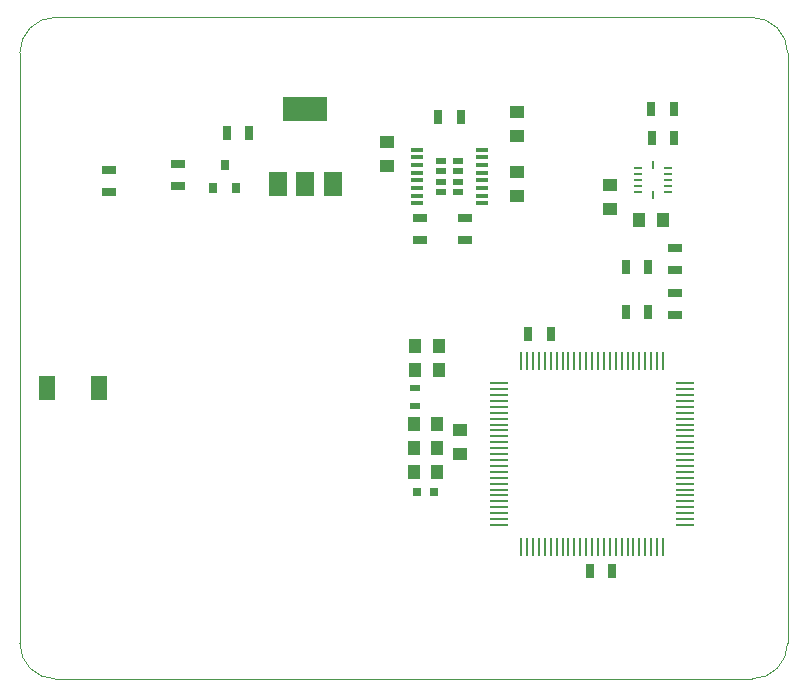
<source format=gbr>
G04 #@! TF.GenerationSoftware,KiCad,Pcbnew,(5.0.2)-1*
G04 #@! TF.CreationDate,2019-04-29T17:38:23-04:00*
G04 #@! TF.ProjectId,QPACE-DevelopmentBoard,51504143-452d-4446-9576-656c6f706d65,rev?*
G04 #@! TF.SameCoordinates,Original*
G04 #@! TF.FileFunction,Paste,Top*
G04 #@! TF.FilePolarity,Positive*
%FSLAX46Y46*%
G04 Gerber Fmt 4.6, Leading zero omitted, Abs format (unit mm)*
G04 Created by KiCad (PCBNEW (5.0.2)-1) date 4/29/2019 5:38:23 PM*
%MOMM*%
%LPD*%
G01*
G04 APERTURE LIST*
%ADD10C,0.100000*%
%ADD11R,0.280000X1.500000*%
%ADD12R,1.500000X0.280000*%
%ADD13R,1.300000X0.700000*%
%ADD14R,0.900000X0.500000*%
%ADD15R,0.700000X1.300000*%
%ADD16R,0.675000X0.250000*%
%ADD17R,0.250000X0.675000*%
%ADD18R,1.400000X2.100000*%
%ADD19R,1.000000X1.250000*%
%ADD20R,0.800000X0.750000*%
%ADD21R,1.250000X1.000000*%
%ADD22R,1.500000X2.000000*%
%ADD23R,3.800000X2.000000*%
%ADD24R,0.882000X0.537000*%
%ADD25R,1.050000X0.450000*%
%ADD26R,0.800000X0.900000*%
G04 APERTURE END LIST*
D10*
X78546356Y-63817611D02*
X78546356Y-113817611D01*
X78546356Y-63817611D02*
G75*
G02X81546356Y-60817611I3000000J0D01*
G01*
X140546356Y-60817611D02*
X81546356Y-60817611D01*
X140546356Y-60817611D02*
G75*
G02X143546356Y-63817611I0J-3000000D01*
G01*
X143546356Y-113817611D02*
X143546356Y-63817611D01*
X81546356Y-116817611D02*
G75*
G02X78546356Y-113817611I0J3000000D01*
G01*
X81546356Y-116817611D02*
X140546356Y-116817611D01*
X143546351Y-113822847D02*
G75*
G02X140546356Y-116817611I-2999995J5236D01*
G01*
D11*
G04 #@! TO.C,U3*
X121000000Y-89890000D03*
X121500000Y-89890000D03*
X122000000Y-89890000D03*
X122500000Y-89890000D03*
X123000000Y-89890000D03*
X123500000Y-89890000D03*
X124000000Y-89890000D03*
X124500000Y-89890000D03*
X125000000Y-89890000D03*
X125500000Y-89890000D03*
X126000000Y-89890000D03*
X126500000Y-89890000D03*
X127000000Y-89890000D03*
X127500000Y-89890000D03*
X128000000Y-89890000D03*
X128500000Y-89890000D03*
X129000000Y-89890000D03*
X129500000Y-89890000D03*
X130000000Y-89890000D03*
X130500000Y-89890000D03*
X131000000Y-89890000D03*
X131500000Y-89890000D03*
X132000000Y-89890000D03*
X132500000Y-89890000D03*
X133000000Y-89890000D03*
D12*
X134900000Y-91790000D03*
X134900000Y-92290000D03*
X134900000Y-92790000D03*
X134900000Y-93290000D03*
X134900000Y-93790000D03*
X134900000Y-94290000D03*
X134900000Y-94790000D03*
X134900000Y-95290000D03*
X134900000Y-95790000D03*
X134900000Y-96290000D03*
X134900000Y-96790000D03*
X134900000Y-97290000D03*
X134900000Y-97790000D03*
X134900000Y-98290000D03*
X134900000Y-98790000D03*
X134900000Y-99290000D03*
X134900000Y-99790000D03*
X134900000Y-100290000D03*
X134900000Y-100790000D03*
X134900000Y-101290000D03*
X134900000Y-101790000D03*
X134900000Y-102290000D03*
X134900000Y-102790000D03*
X134900000Y-103290000D03*
X134900000Y-103790000D03*
D11*
X133000000Y-105690000D03*
X132500000Y-105690000D03*
X132000000Y-105690000D03*
X131500000Y-105690000D03*
X131000000Y-105690000D03*
X130500000Y-105690000D03*
X130000000Y-105690000D03*
X129500000Y-105690000D03*
X129000000Y-105690000D03*
X128500000Y-105690000D03*
X128000000Y-105690000D03*
X127500000Y-105690000D03*
X127000000Y-105690000D03*
X126500000Y-105690000D03*
X126000000Y-105690000D03*
X125500000Y-105690000D03*
X125000000Y-105690000D03*
X124500000Y-105690000D03*
X124000000Y-105690000D03*
X123500000Y-105690000D03*
X123000000Y-105690000D03*
X122500000Y-105690000D03*
X122000000Y-105690000D03*
X121500000Y-105690000D03*
X121000000Y-105690000D03*
D12*
X119100000Y-103790000D03*
X119100000Y-103290000D03*
X119100000Y-102790000D03*
X119100000Y-102290000D03*
X119100000Y-101790000D03*
X119100000Y-101290000D03*
X119100000Y-100790000D03*
X119100000Y-100290000D03*
X119100000Y-99790000D03*
X119100000Y-99290000D03*
X119100000Y-98790000D03*
X119100000Y-98290000D03*
X119100000Y-97790000D03*
X119100000Y-97290000D03*
X119100000Y-96790000D03*
X119100000Y-96290000D03*
X119100000Y-95790000D03*
X119100000Y-95290000D03*
X119100000Y-94790000D03*
X119100000Y-94290000D03*
X119100000Y-93790000D03*
X119100000Y-93290000D03*
X119100000Y-92790000D03*
X119100000Y-92290000D03*
X119100000Y-91790000D03*
G04 #@! TD*
D13*
G04 #@! TO.C,R3*
X86106000Y-75626000D03*
X86106000Y-73726000D03*
G04 #@! TD*
D14*
G04 #@! TO.C,L1*
X112014000Y-93714000D03*
X112014000Y-92214000D03*
G04 #@! TD*
D13*
G04 #@! TO.C,R4*
X91948000Y-75118000D03*
X91948000Y-73218000D03*
G04 #@! TD*
D15*
G04 #@! TO.C,R1*
X132019000Y-68580000D03*
X133919000Y-68580000D03*
G04 #@! TD*
G04 #@! TO.C,R2*
X132050000Y-71000000D03*
X133950000Y-71000000D03*
G04 #@! TD*
G04 #@! TO.C,R5*
X97978000Y-70612000D03*
X96078000Y-70612000D03*
G04 #@! TD*
G04 #@! TO.C,R10*
X126812000Y-107696000D03*
X128712000Y-107696000D03*
G04 #@! TD*
G04 #@! TO.C,R12*
X131760000Y-81915000D03*
X129860000Y-81915000D03*
G04 #@! TD*
D13*
G04 #@! TO.C,R14*
X133985000Y-82230000D03*
X133985000Y-80330000D03*
G04 #@! TD*
D16*
G04 #@! TO.C,U1*
X133392500Y-73575000D03*
X133392500Y-74075000D03*
X133392500Y-74575000D03*
X130867500Y-73575000D03*
X130867500Y-74075000D03*
X133392500Y-75575000D03*
X133392500Y-75075000D03*
X130867500Y-75575000D03*
X130867500Y-75075000D03*
X130867500Y-74575000D03*
D17*
X132130000Y-75837500D03*
X132130000Y-73312500D03*
G04 #@! TD*
D13*
G04 #@! TO.C,R13*
X133985000Y-84140000D03*
X133985000Y-86040000D03*
G04 #@! TD*
D18*
G04 #@! TO.C,D1*
X85258000Y-92202000D03*
X80858000Y-92202000D03*
G04 #@! TD*
D19*
G04 #@! TO.C,C10*
X113903000Y-97282000D03*
X111903000Y-97282000D03*
G04 #@! TD*
G04 #@! TO.C,C7*
X112030000Y-88646000D03*
X114030000Y-88646000D03*
G04 #@! TD*
G04 #@! TO.C,C9*
X111903000Y-95250000D03*
X113903000Y-95250000D03*
G04 #@! TD*
G04 #@! TO.C,C11*
X111903000Y-99314000D03*
X113903000Y-99314000D03*
G04 #@! TD*
D20*
G04 #@! TO.C,C12*
X112153000Y-100965000D03*
X113653000Y-100965000D03*
G04 #@! TD*
D21*
G04 #@! TO.C,C5*
X120650000Y-68850000D03*
X120650000Y-70850000D03*
G04 #@! TD*
G04 #@! TO.C,C6*
X115824000Y-97774000D03*
X115824000Y-95774000D03*
G04 #@! TD*
D19*
G04 #@! TO.C,C8*
X114030000Y-90678000D03*
X112030000Y-90678000D03*
G04 #@! TD*
D21*
G04 #@! TO.C,C1*
X128524000Y-75000000D03*
X128524000Y-77000000D03*
G04 #@! TD*
G04 #@! TO.C,C3*
X109630000Y-73390000D03*
X109630000Y-71390000D03*
G04 #@! TD*
D19*
G04 #@! TO.C,C2*
X131000000Y-78000000D03*
X133000000Y-78000000D03*
G04 #@! TD*
D21*
G04 #@! TO.C,C4*
X120650000Y-75930000D03*
X120650000Y-73930000D03*
G04 #@! TD*
D22*
G04 #@! TO.C,Q2*
X100421597Y-74905000D03*
X105021597Y-74905000D03*
X102721597Y-74905000D03*
D23*
X102721597Y-68605000D03*
G04 #@! TD*
D13*
G04 #@! TO.C,R6*
X116205000Y-79690000D03*
X116205000Y-77790000D03*
G04 #@! TD*
G04 #@! TO.C,R7*
X112395000Y-77790000D03*
X112395000Y-79690000D03*
G04 #@! TD*
D15*
G04 #@! TO.C,R8*
X115885000Y-69215000D03*
X113985000Y-69215000D03*
G04 #@! TD*
G04 #@! TO.C,R9*
X121605000Y-87630000D03*
X123505000Y-87630000D03*
G04 #@! TD*
G04 #@! TO.C,R11*
X129860000Y-85725000D03*
X131760000Y-85725000D03*
G04 #@! TD*
D24*
G04 #@! TO.C,U2*
X114200000Y-72952500D03*
X114200000Y-73847500D03*
X114200000Y-74742500D03*
X114200000Y-75637500D03*
X115670000Y-72952500D03*
X115670000Y-73847500D03*
X115670000Y-74742500D03*
X115670000Y-75637500D03*
D25*
X117710000Y-72020000D03*
X117710000Y-72670000D03*
X117710000Y-73320000D03*
X117710000Y-73970000D03*
X117710000Y-74620000D03*
X117710000Y-75270000D03*
X117710000Y-75920000D03*
X117710000Y-76570000D03*
X112160000Y-76570000D03*
X112160000Y-75920000D03*
X112160000Y-75270000D03*
X112160000Y-74620000D03*
X112160000Y-73970000D03*
X112160000Y-73320000D03*
X112160000Y-72670000D03*
X112160000Y-72020000D03*
G04 #@! TD*
D26*
G04 #@! TO.C,Q1*
X95885000Y-73295000D03*
X96835000Y-75295000D03*
X94935000Y-75295000D03*
G04 #@! TD*
M02*

</source>
